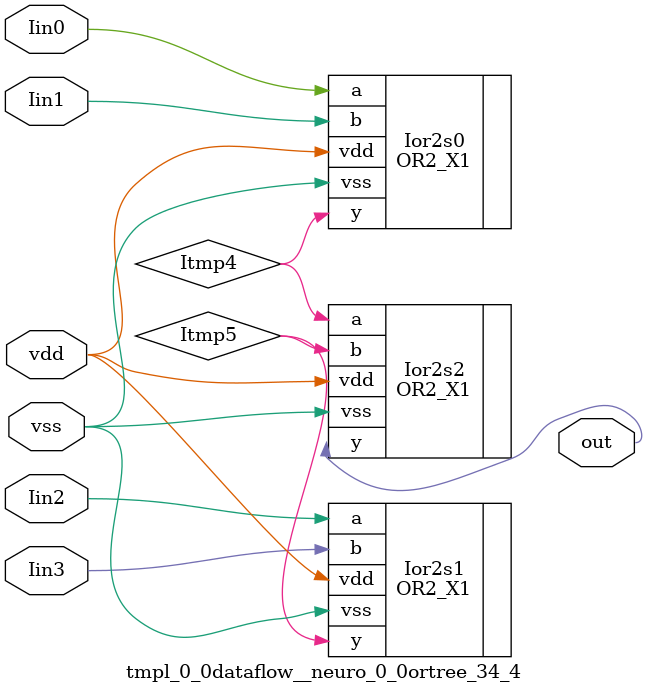
<source format=v>
module tmpl_0_0dataflow__neuro_0_0ortree_34_4(Iin0 , Iin1 , Iin2 , Iin3 , out, vdd, vss); 
   input vdd;
   input vss;
   input Iin0 ;
   input Iin1 ;
   input Iin2 ;
   input Iin3 ;
   output out;

// -- signals ---
   wire Iin0 ;
   wire Itmp4 ;
   wire Itmp5 ;
   wire out ;
   wire Iin3 ;
   wire Iin1 ;
   wire Iin2 ;

// --- instances
OR2_X1 Ior2s0  (.y(Itmp4 ), .a(Iin0 ), .b(Iin1 ), .vdd(vdd), .vss(vss));
OR2_X1 Ior2s1  (.y(Itmp5 ), .a(Iin2 ), .b(Iin3 ), .vdd(vdd), .vss(vss));
OR2_X1 Ior2s2  (.y(out), .a(Itmp4 ), .b(Itmp5 ), .vdd(vdd), .vss(vss));
endmodule
</source>
